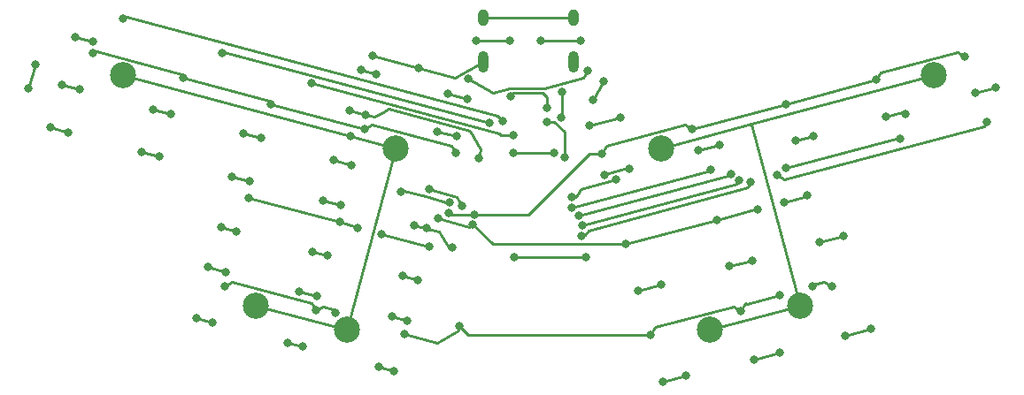
<source format=gbr>
%TF.GenerationSoftware,KiCad,Pcbnew,8.0.0*%
%TF.CreationDate,2024-03-10T21:35:39-05:00*%
%TF.ProjectId,idawgz32,69646177-677a-4333-922e-6b696361645f,rev?*%
%TF.SameCoordinates,Original*%
%TF.FileFunction,Copper,L2,Bot*%
%TF.FilePolarity,Positive*%
%FSLAX46Y46*%
G04 Gerber Fmt 4.6, Leading zero omitted, Abs format (unit mm)*
G04 Created by KiCad (PCBNEW 8.0.0) date 2024-03-10 21:35:39*
%MOMM*%
%LPD*%
G01*
G04 APERTURE LIST*
%TA.AperFunction,ComponentPad*%
%ADD10C,2.500000*%
%TD*%
%TA.AperFunction,ComponentPad*%
%ADD11O,1.000000X2.100000*%
%TD*%
%TA.AperFunction,ComponentPad*%
%ADD12O,1.000000X1.600000*%
%TD*%
%TA.AperFunction,ViaPad*%
%ADD13C,0.800000*%
%TD*%
%TA.AperFunction,Conductor*%
%ADD14C,0.250000*%
%TD*%
G04 APERTURE END LIST*
D10*
%TO.P,H4,1,1*%
%TO.N,GND*%
X109854168Y-51817947D03*
%TD*%
%TO.P,H3,1,1*%
%TO.N,GND*%
X83774173Y-58806057D03*
%TD*%
%TO.P,H8,1,1*%
%TO.N,GND*%
X97126245Y-73863353D03*
%TD*%
%TO.P,H2,1,1*%
%TO.N,GND*%
X58410208Y-58806057D03*
%TD*%
%TO.P,H6,1,1*%
%TO.N,GND*%
X53751469Y-76192718D03*
%TD*%
D11*
%TO.P,J1,S1,SHIELD*%
%TO.N,GND*%
X75404366Y-50496875D03*
D12*
X75404366Y-46316875D03*
D11*
X66764366Y-50496875D03*
D12*
X66764366Y-46316875D03*
%TD*%
D10*
%TO.P,H1,1,1*%
%TO.N,GND*%
X32330212Y-51817942D03*
%TD*%
%TO.P,H5,1,1*%
%TO.N,GND*%
X45058133Y-73863350D03*
%TD*%
%TO.P,H7,1,1*%
%TO.N,GND*%
X88432913Y-76192723D03*
%TD*%
D13*
%TO.N,GND*%
X74251399Y-55894307D03*
X60632561Y-51098557D03*
X74336326Y-53432839D03*
X56179492Y-49936549D03*
X54111546Y-57654234D03*
%TO.N,+3.3V*%
X73584370Y-59251875D03*
X76584373Y-69251879D03*
X69742183Y-69251873D03*
X69634869Y-59251877D03*
%TO.N,row1*%
X76754639Y-51392948D03*
X65380860Y-52132221D03*
X64785990Y-64375963D03*
X61673335Y-62765936D03*
%TO.N,Net-(D7-A)*%
X55088174Y-51336269D03*
X56537060Y-51724501D03*
%TO.N,Net-(D9-A)*%
X26502027Y-52735301D03*
X28192398Y-53188239D03*
%TO.N,Net-(D10-A)*%
X113834264Y-53481923D03*
X115776692Y-52961451D03*
%TO.N,row2*%
X65929699Y-65146262D03*
X86794078Y-56985095D03*
X112874076Y-49996984D03*
X95728896Y-54591023D03*
X63485063Y-65015952D03*
X46505272Y-54560093D03*
X64133417Y-59283542D03*
X38118129Y-52053950D03*
X104422226Y-52261645D03*
X29424793Y-49724576D03*
X78100745Y-59314468D03*
X55440084Y-56954175D03*
%TO.N,Net-(D11-A)*%
X65230394Y-54053869D03*
X63389814Y-53560688D03*
%TO.N,Net-(D12-A)*%
X78350464Y-52378200D03*
X77289807Y-54215316D03*
%TO.N,Net-(D13-A)*%
X36885732Y-55517605D03*
X35195361Y-55064673D03*
%TO.N,Net-(D14-A)*%
X107148064Y-55532304D03*
X105358265Y-55753060D03*
%TO.N,Net-(D15-A)*%
X43888691Y-57394044D03*
X45579061Y-57846980D03*
%TO.N,Net-(D16-A)*%
X98390027Y-57620197D03*
X96689079Y-58075963D03*
%TO.N,Net-(D17-A)*%
X52517322Y-59964896D03*
X54207691Y-60417831D03*
%TO.N,Net-(D18-A)*%
X89438060Y-58465953D03*
X87341892Y-59027619D03*
%TO.N,Net-(D19-A)*%
X58955280Y-62984036D03*
X63548596Y-64018470D03*
%TO.N,Net-(D20-A)*%
X78425184Y-61350369D03*
X80744728Y-60795325D03*
%TO.N,row3*%
X57080151Y-67052880D03*
X97816782Y-63349053D03*
X54753109Y-66429352D03*
X93070619Y-64652084D03*
X65819018Y-66139618D03*
X61632401Y-68189697D03*
X95582026Y-63979154D03*
X44352679Y-63559610D03*
X80430116Y-68007800D03*
X62457822Y-65536949D03*
X89123449Y-65678426D03*
X53046010Y-65888989D03*
%TO.N,Net-(D23-A)*%
X51878321Y-69111164D03*
X50429430Y-68722936D03*
%TO.N,Net-(D24-A)*%
X90342455Y-70129297D03*
X92526365Y-69544120D03*
%TO.N,Net-(D25-A)*%
X59122762Y-71052310D03*
X60571650Y-71440533D03*
%TO.N,Net-(D26-A)*%
X81649123Y-72458668D03*
X83833034Y-71873492D03*
%TO.N,Net-(D27-A)*%
X39406726Y-75086898D03*
X40855615Y-75475126D03*
%TO.N,Net-(D28-A)*%
X101405718Y-76741209D03*
X103855255Y-76084856D03*
%TO.N,row4*%
X100146156Y-72042390D03*
X42088012Y-72011468D03*
X64521691Y-75869768D03*
X82759491Y-76701128D03*
X98268379Y-72072908D03*
X52622706Y-74543807D03*
X95177417Y-72901135D03*
X91452823Y-74371764D03*
X50781344Y-74340841D03*
X59233196Y-76605506D03*
%TO.N,VBUS*%
X72919830Y-54933566D03*
X69437290Y-53809696D03*
X72852335Y-56268772D03*
X74555083Y-59676052D03*
%TO.N,CC1*%
X72334370Y-48501871D03*
X76084367Y-48501878D03*
%TO.N,CC2*%
X69334368Y-48501872D03*
X66084370Y-48501873D03*
%TO.N,col1*%
X25402046Y-56840484D03*
X29421789Y-48600090D03*
X32362083Y-46356273D03*
X23927775Y-50751436D03*
X27092416Y-57293421D03*
X27731420Y-48147151D03*
X23301010Y-53090558D03*
X68655085Y-56176048D03*
%TO.N,col3*%
X69634871Y-57576047D03*
X42788713Y-61499231D03*
X44479080Y-61952160D03*
X42149712Y-70645496D03*
X40459343Y-70192560D03*
X50390839Y-52594443D03*
%TO.N,col5*%
X58087488Y-74916009D03*
X60175380Y-66157972D03*
X62419246Y-57182911D03*
X61342917Y-66470815D03*
X64259822Y-57676090D03*
X59536375Y-75304238D03*
X63855084Y-68276047D03*
%TO.N,col7*%
X75291008Y-64487059D03*
X88587755Y-60878009D03*
%TO.N,col9*%
X106681910Y-57893708D03*
X76251002Y-66207203D03*
X95745612Y-60725965D03*
X91296349Y-61894122D03*
%TO.N,col10*%
X94886902Y-61384917D03*
X92381240Y-62056307D03*
X76206219Y-67214655D03*
X114950975Y-56299182D03*
%TO.N,col8*%
X75919412Y-65264307D03*
X90481322Y-61315558D03*
%TO.N,col6*%
X76950673Y-56651624D03*
X79945043Y-55849285D03*
X75226897Y-63468030D03*
X79531696Y-61757068D03*
%TO.N,col4*%
X55501786Y-55588203D03*
X49152671Y-72521933D03*
X50843041Y-72974865D03*
X66359872Y-59733930D03*
X51482043Y-63828602D03*
X53172416Y-64281531D03*
X54052898Y-55199971D03*
%TO.N,col2*%
X35785748Y-59622792D03*
X41857066Y-49691148D03*
X34095382Y-59169856D03*
X67359872Y-56391226D03*
%TO.N,Net-(D21-A)*%
X43184986Y-66781794D03*
X41736100Y-66393560D03*
%TO.N,Net-(D22-A)*%
X101219698Y-67214747D03*
X99011641Y-67806396D03*
%TO.N,Net-(D29-A)*%
X48100061Y-77416265D03*
X49548948Y-77804497D03*
%TO.N,Net-(D30-A)*%
X92712384Y-79070580D03*
X95161921Y-78414230D03*
%TO.N,Net-(D31-A)*%
X58242282Y-80133864D03*
X56793393Y-79745636D03*
%TO.N,Net-(D32-A)*%
X86162403Y-80566826D03*
X83978499Y-81152002D03*
%TD*%
D14*
%TO.N,GND*%
X83774173Y-58806057D02*
X92435257Y-56485327D01*
X74336326Y-53432839D02*
X74336326Y-55809380D01*
X58410210Y-58806060D02*
X58410208Y-58806057D01*
X74336326Y-55809380D02*
X74251399Y-55894307D01*
X88432913Y-76192723D02*
X97126246Y-73863355D01*
X64108865Y-52030032D02*
X60632561Y-51098557D01*
X45058136Y-73863352D02*
X45058133Y-73863350D01*
X109854169Y-51817947D02*
X109854168Y-51817947D01*
X58410208Y-58806057D02*
X54111546Y-57654234D01*
X53751469Y-76192718D02*
X58410210Y-58806060D01*
X92476143Y-56508932D02*
X92435257Y-56485327D01*
X66764364Y-46316878D02*
X75404366Y-46316872D01*
X92435257Y-56485327D02*
X109854169Y-51817947D01*
X56216388Y-49915248D02*
X56179492Y-49936549D01*
X53751469Y-76192718D02*
X45058136Y-73863352D01*
X54111546Y-57654234D02*
X32330212Y-51817942D01*
X66764364Y-50496874D02*
X64108865Y-52030032D01*
X97126245Y-73863353D02*
X92476143Y-56508932D01*
X60632561Y-51098557D02*
X56216388Y-49915248D01*
X97126246Y-73863355D02*
X97126245Y-73863353D01*
%TO.N,+3.3V*%
X73584370Y-59251875D02*
X69517946Y-59251877D01*
X69517946Y-59251877D02*
X69444414Y-59325409D01*
X76584373Y-69251879D02*
X69742183Y-69251873D01*
%TO.N,row1*%
X76754639Y-51392948D02*
X76351018Y-52092044D01*
X64255979Y-63457957D02*
X61673335Y-62765936D01*
X67763848Y-53508039D02*
X65380860Y-52132221D01*
X64785990Y-64375963D02*
X64255979Y-63457957D01*
X76351018Y-52092044D02*
X72675572Y-53076876D01*
X72675572Y-53076876D02*
X69372973Y-53076870D01*
X69372973Y-53076870D02*
X67763848Y-53508039D01*
%TO.N,Net-(D7-A)*%
X55088174Y-51336269D02*
X56537060Y-51724501D01*
%TO.N,Net-(D9-A)*%
X26502027Y-52735301D02*
X28192398Y-53188239D01*
%TO.N,Net-(D10-A)*%
X113834264Y-53481923D02*
X115776692Y-52961451D01*
%TO.N,row2*%
X86062057Y-56562457D02*
X86794078Y-56985095D01*
X56119748Y-56561769D02*
X63741016Y-58603881D01*
X104422226Y-52261645D02*
X104844860Y-51529628D01*
X112142055Y-49574348D02*
X112874076Y-49996984D01*
X29798264Y-49508951D02*
X37902505Y-51680475D01*
X63615373Y-65146262D02*
X65929699Y-65146262D01*
X55440084Y-56954175D02*
X56119748Y-56561769D01*
X104844860Y-51529628D02*
X112142055Y-49574348D01*
X37902505Y-51680475D02*
X38118129Y-52053950D01*
X63741016Y-58603881D02*
X64133417Y-59283542D01*
X86794078Y-56985095D02*
X95728896Y-54591023D01*
X46328493Y-54253912D02*
X46505272Y-54560093D01*
X65929699Y-65146262D02*
X71084789Y-65146258D01*
X38118129Y-52053950D02*
X46328493Y-54253912D01*
X71084789Y-65146258D02*
X76916583Y-59314467D01*
X46505272Y-54560093D02*
X55440084Y-56954175D01*
X78100745Y-59314468D02*
X78523380Y-58582443D01*
X76916583Y-59314467D02*
X78100745Y-59314468D01*
X95728896Y-54591023D02*
X104422226Y-52261645D01*
X29424793Y-49724576D02*
X29798264Y-49508951D01*
X63485063Y-65015952D02*
X63615373Y-65146262D01*
X78523380Y-58582443D02*
X86062057Y-56562457D01*
%TO.N,Net-(D11-A)*%
X63389814Y-53560688D02*
X65230394Y-54053869D01*
%TO.N,Net-(D12-A)*%
X77289807Y-54215316D02*
X78350464Y-52378200D01*
%TO.N,Net-(D13-A)*%
X35195361Y-55064673D02*
X36885732Y-55517605D01*
%TO.N,Net-(D14-A)*%
X106841880Y-55355530D02*
X107148064Y-55532304D01*
X105358265Y-55753060D02*
X106841880Y-55355530D01*
%TO.N,Net-(D15-A)*%
X43888691Y-57394044D02*
X45579061Y-57846980D01*
%TO.N,Net-(D16-A)*%
X96689079Y-58075963D02*
X98390027Y-57620197D01*
%TO.N,Net-(D17-A)*%
X52517322Y-59964896D02*
X54207691Y-60417831D01*
%TO.N,Net-(D18-A)*%
X87341892Y-59027619D02*
X89438060Y-58465953D01*
%TO.N,Net-(D19-A)*%
X63533600Y-64027123D02*
X63548596Y-64018470D01*
X59156877Y-62867647D02*
X58955280Y-62984036D01*
X63530288Y-64039496D02*
X63533600Y-64027123D01*
X61253700Y-63429490D02*
X59156877Y-62867647D01*
X61253700Y-63429490D02*
X63530288Y-64039496D01*
%TO.N,Net-(D20-A)*%
X80610027Y-60717558D02*
X80744728Y-60795325D01*
X78425184Y-61350369D02*
X78457547Y-61294314D01*
X78457547Y-61294314D02*
X80610027Y-60717558D01*
%TO.N,row3*%
X97724693Y-63508556D02*
X97816782Y-63349053D01*
X57080151Y-67052880D02*
X61534264Y-68246358D01*
X54696454Y-66331224D02*
X54753109Y-66429352D01*
X65466527Y-66343131D02*
X62457822Y-65536949D01*
X95582026Y-63979154D02*
X97795403Y-63386082D01*
X53046010Y-65888989D02*
X54696454Y-66331224D01*
X97795403Y-63386082D02*
X97816782Y-63349053D01*
X65819018Y-66139618D02*
X67687204Y-68007797D01*
X65819018Y-66139618D02*
X65466527Y-66343131D01*
X93033592Y-64630707D02*
X93070619Y-64652084D01*
X67687204Y-68007797D02*
X80430116Y-68007800D01*
X89123449Y-65678426D02*
X93033592Y-64630707D01*
X89123449Y-65678426D02*
X80430116Y-68007800D01*
X53046010Y-65888989D02*
X44352679Y-63559610D01*
X61534264Y-68246358D02*
X61632401Y-68189697D01*
%TO.N,Net-(D23-A)*%
X50429430Y-68722936D02*
X51878321Y-69111164D01*
%TO.N,Net-(D24-A)*%
X90342455Y-70129297D02*
X92526365Y-69544120D01*
%TO.N,Net-(D25-A)*%
X59122762Y-71052310D02*
X60571650Y-71440533D01*
%TO.N,Net-(D26-A)*%
X81649123Y-72458668D02*
X83833034Y-71873492D01*
%TO.N,Net-(D27-A)*%
X39406726Y-75086898D02*
X40855615Y-75475126D01*
%TO.N,Net-(D28-A)*%
X101405718Y-76741209D02*
X103855255Y-76084856D01*
%TO.N,row4*%
X51461006Y-73948431D02*
X52428662Y-74207715D01*
X65353054Y-76701133D02*
X82759491Y-76701128D01*
X98368199Y-71900013D02*
X98268379Y-72072908D01*
X50388944Y-73661175D02*
X50781344Y-74340841D01*
X91875457Y-73639735D02*
X91452823Y-74371764D01*
X64521691Y-75869768D02*
X65353054Y-76701133D01*
X92048363Y-73739563D02*
X91875457Y-73639735D01*
X83182127Y-75969105D02*
X82759491Y-76701128D01*
X62372458Y-77446661D02*
X64415174Y-76267303D01*
X62372458Y-77446661D02*
X59233196Y-76605506D01*
X50781344Y-74340841D02*
X51461006Y-73948431D01*
X99414134Y-71619756D02*
X98368199Y-71900013D01*
X52428662Y-74207715D02*
X52622706Y-74543807D01*
X64415174Y-76267303D02*
X64521691Y-75869768D01*
X100146156Y-72042390D02*
X99414134Y-71619756D01*
X42767671Y-71619067D02*
X50388944Y-73661175D01*
X91452823Y-74371764D02*
X90720798Y-73949127D01*
X90720798Y-73949127D02*
X83182127Y-75969105D01*
X95177417Y-72901135D02*
X92048363Y-73739563D01*
X42088012Y-72011468D02*
X42767671Y-71619067D01*
%TO.N,VBUS*%
X74555081Y-57281164D02*
X74584369Y-57251879D01*
X72919826Y-53957526D02*
X72919830Y-54933566D01*
X72489175Y-53526877D02*
X72919826Y-53957526D01*
X73601265Y-56268770D02*
X74584369Y-57251879D01*
X72852335Y-56268772D02*
X73601265Y-56268770D01*
X74555083Y-59676052D02*
X74555081Y-57281164D01*
X69559368Y-53526874D02*
X72489175Y-53526877D01*
%TO.N,CC1*%
X72334370Y-48501871D02*
X76084367Y-48501878D01*
%TO.N,CC2*%
X66084370Y-48501873D02*
X69334368Y-48501872D01*
%TO.N,col1*%
X68165634Y-55709013D02*
X32646941Y-46191804D01*
X32646941Y-46191804D02*
X32362083Y-46356273D01*
X68632670Y-56176051D02*
X68655085Y-56176048D01*
X25402046Y-56840484D02*
X27092416Y-57293421D01*
X68165634Y-55709013D02*
X68632670Y-56176051D01*
X27731420Y-48147151D02*
X29421789Y-48600090D01*
X23301010Y-53090558D02*
X23927775Y-50751436D01*
%TO.N,col3*%
X68486059Y-57576050D02*
X68305081Y-57395071D01*
X40459343Y-70192560D02*
X42149712Y-70645496D01*
X68305081Y-57395071D02*
X50391193Y-52595057D01*
X69634871Y-57576047D02*
X68486059Y-57576050D01*
X50391193Y-52595057D02*
X50390839Y-52594443D01*
X42788713Y-61499231D02*
X44479080Y-61952160D01*
%TO.N,col5*%
X61455084Y-66500868D02*
X62590190Y-66805021D01*
X63474078Y-68335951D02*
X63795179Y-68335955D01*
X61455084Y-66500868D02*
X61372972Y-66500868D01*
X63795179Y-68335955D02*
X63855084Y-68276047D01*
X62590190Y-66805021D02*
X63474078Y-68335951D01*
X61372972Y-66500868D02*
X61342917Y-66470815D01*
X60175380Y-66157972D02*
X61455084Y-66500868D01*
X62419246Y-57182911D02*
X64259822Y-57676090D01*
X58087488Y-74916009D02*
X59536375Y-75304238D01*
%TO.N,col7*%
X88556204Y-60932662D02*
X88587755Y-60878009D01*
X75291008Y-64487059D02*
X88556204Y-60932662D01*
X88587405Y-60878615D02*
X88587755Y-60878009D01*
%TO.N,col9*%
X106565838Y-57826694D02*
X106681910Y-57893708D01*
X95745612Y-60725965D02*
X106565838Y-57826694D01*
X106572930Y-58082466D02*
X106681910Y-57893708D01*
X76251002Y-66207203D02*
X91103949Y-62227368D01*
X91103949Y-62227368D02*
X91296349Y-61894122D01*
%TO.N,col10*%
X95604299Y-61799106D02*
X114735145Y-56673012D01*
X76840202Y-66666229D02*
X92076812Y-62583592D01*
X76261713Y-67159161D02*
X76206219Y-67214655D01*
X94886902Y-61384917D02*
X95604299Y-61799106D01*
X114735145Y-56673012D02*
X114950975Y-56299182D01*
X76555606Y-67159161D02*
X76261713Y-67159161D01*
X114844910Y-56482894D02*
X114950975Y-56299182D01*
X92076812Y-62583592D02*
X92381240Y-62056307D01*
X76555606Y-67159161D02*
X76840202Y-66666229D01*
%TO.N,col8*%
X75919412Y-65264307D02*
X90529279Y-61349602D01*
X90529279Y-61349602D02*
X90527265Y-61342083D01*
X90527265Y-61342083D02*
X90481322Y-61315558D01*
%TO.N,col6*%
X76950673Y-56651624D02*
X79945043Y-55849285D01*
X75226897Y-63468030D02*
X75618142Y-63468030D01*
X75817490Y-63268678D02*
X76138180Y-62713225D01*
X79499690Y-61812516D02*
X79531696Y-61757068D01*
X75618142Y-63468030D02*
X75817490Y-63268678D01*
X76138180Y-62713225D02*
X79499690Y-61812516D01*
%TO.N,col4*%
X57720963Y-55024940D02*
X57190519Y-55331189D01*
X66359872Y-59733930D02*
X66584249Y-58896528D01*
X57190519Y-55331189D02*
X56351164Y-55815792D01*
X49152671Y-72521933D02*
X50843041Y-72974865D01*
X51482043Y-63828602D02*
X53172416Y-64281531D01*
X54052898Y-55199971D02*
X55501786Y-55588203D01*
X56351164Y-55815792D02*
X55501786Y-55588203D01*
X65561999Y-57125940D02*
X57720963Y-55024940D01*
X57190519Y-55331189D02*
X56552761Y-55699395D01*
X66584249Y-58896528D02*
X65561999Y-57125940D01*
%TO.N,col2*%
X34095382Y-59169856D02*
X35785748Y-59622792D01*
X42014852Y-49600045D02*
X41857066Y-49691148D01*
X67359872Y-56391226D02*
X42014852Y-49600045D01*
%TO.N,Net-(D21-A)*%
X41736100Y-66393560D02*
X43184986Y-66781794D01*
%TO.N,Net-(D22-A)*%
X99011641Y-67806396D02*
X101219698Y-67214747D01*
%TO.N,Net-(D29-A)*%
X48100061Y-77416265D02*
X49548948Y-77804497D01*
%TO.N,Net-(D30-A)*%
X92712384Y-79070580D02*
X95161921Y-78414230D01*
%TO.N,Net-(D31-A)*%
X56793393Y-79745636D02*
X58242282Y-80133864D01*
%TO.N,Net-(D32-A)*%
X83978499Y-81152002D02*
X86162403Y-80566826D01*
%TD*%
M02*

</source>
